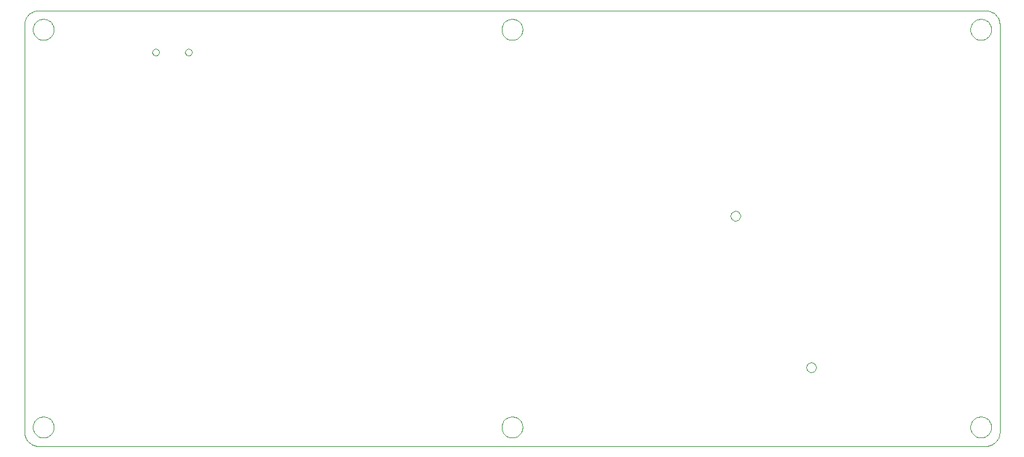
<source format=gko>
G75*
G70*
%OFA0B0*%
%FSLAX24Y24*%
%IPPOS*%
%LPD*%
%AMOC8*
5,1,8,0,0,1.08239X$1,22.5*
%
%ADD10C,0.0000*%
D10*
X000850Y000180D02*
X050850Y000180D01*
X050904Y000182D01*
X050957Y000188D01*
X051009Y000197D01*
X051061Y000210D01*
X051112Y000227D01*
X051162Y000248D01*
X051209Y000272D01*
X051255Y000299D01*
X051299Y000330D01*
X051341Y000363D01*
X051380Y000400D01*
X051417Y000439D01*
X051450Y000481D01*
X051481Y000525D01*
X051508Y000571D01*
X051532Y000618D01*
X051553Y000668D01*
X051570Y000719D01*
X051583Y000771D01*
X051592Y000823D01*
X051598Y000876D01*
X051600Y000930D01*
X051600Y022430D01*
X051598Y022484D01*
X051592Y022537D01*
X051583Y022589D01*
X051570Y022641D01*
X051553Y022692D01*
X051532Y022742D01*
X051508Y022789D01*
X051481Y022835D01*
X051450Y022879D01*
X051417Y022921D01*
X051380Y022960D01*
X051341Y022997D01*
X051299Y023030D01*
X051255Y023061D01*
X051209Y023088D01*
X051162Y023112D01*
X051112Y023133D01*
X051061Y023150D01*
X051009Y023163D01*
X050957Y023172D01*
X050904Y023178D01*
X050850Y023180D01*
X000850Y023180D01*
X000796Y023178D01*
X000743Y023172D01*
X000691Y023163D01*
X000639Y023150D01*
X000588Y023133D01*
X000538Y023112D01*
X000491Y023088D01*
X000445Y023061D01*
X000401Y023030D01*
X000359Y022997D01*
X000320Y022960D01*
X000283Y022921D01*
X000250Y022879D01*
X000219Y022835D01*
X000192Y022789D01*
X000168Y022742D01*
X000147Y022692D01*
X000130Y022641D01*
X000117Y022589D01*
X000108Y022537D01*
X000102Y022484D01*
X000100Y022430D01*
X000100Y000930D01*
X000102Y000876D01*
X000108Y000823D01*
X000117Y000771D01*
X000130Y000719D01*
X000147Y000668D01*
X000168Y000618D01*
X000192Y000571D01*
X000219Y000525D01*
X000250Y000481D01*
X000283Y000439D01*
X000320Y000400D01*
X000359Y000363D01*
X000401Y000330D01*
X000445Y000299D01*
X000491Y000272D01*
X000538Y000248D01*
X000588Y000227D01*
X000639Y000210D01*
X000691Y000197D01*
X000743Y000188D01*
X000796Y000182D01*
X000850Y000180D01*
X000549Y001180D02*
X000551Y001227D01*
X000557Y001273D01*
X000567Y001319D01*
X000580Y001364D01*
X000598Y001407D01*
X000619Y001449D01*
X000643Y001489D01*
X000671Y001526D01*
X000702Y001561D01*
X000736Y001594D01*
X000772Y001623D01*
X000811Y001649D01*
X000852Y001672D01*
X000895Y001691D01*
X000939Y001707D01*
X000984Y001719D01*
X001030Y001727D01*
X001077Y001731D01*
X001123Y001731D01*
X001170Y001727D01*
X001216Y001719D01*
X001261Y001707D01*
X001305Y001691D01*
X001348Y001672D01*
X001389Y001649D01*
X001428Y001623D01*
X001464Y001594D01*
X001498Y001561D01*
X001529Y001526D01*
X001557Y001489D01*
X001581Y001449D01*
X001602Y001407D01*
X001620Y001364D01*
X001633Y001319D01*
X001643Y001273D01*
X001649Y001227D01*
X001651Y001180D01*
X001649Y001133D01*
X001643Y001087D01*
X001633Y001041D01*
X001620Y000996D01*
X001602Y000953D01*
X001581Y000911D01*
X001557Y000871D01*
X001529Y000834D01*
X001498Y000799D01*
X001464Y000766D01*
X001428Y000737D01*
X001389Y000711D01*
X001348Y000688D01*
X001305Y000669D01*
X001261Y000653D01*
X001216Y000641D01*
X001170Y000633D01*
X001123Y000629D01*
X001077Y000629D01*
X001030Y000633D01*
X000984Y000641D01*
X000939Y000653D01*
X000895Y000669D01*
X000852Y000688D01*
X000811Y000711D01*
X000772Y000737D01*
X000736Y000766D01*
X000702Y000799D01*
X000671Y000834D01*
X000643Y000871D01*
X000619Y000911D01*
X000598Y000953D01*
X000580Y000996D01*
X000567Y001041D01*
X000557Y001087D01*
X000551Y001133D01*
X000549Y001180D01*
X025299Y001180D02*
X025301Y001227D01*
X025307Y001273D01*
X025317Y001319D01*
X025330Y001364D01*
X025348Y001407D01*
X025369Y001449D01*
X025393Y001489D01*
X025421Y001526D01*
X025452Y001561D01*
X025486Y001594D01*
X025522Y001623D01*
X025561Y001649D01*
X025602Y001672D01*
X025645Y001691D01*
X025689Y001707D01*
X025734Y001719D01*
X025780Y001727D01*
X025827Y001731D01*
X025873Y001731D01*
X025920Y001727D01*
X025966Y001719D01*
X026011Y001707D01*
X026055Y001691D01*
X026098Y001672D01*
X026139Y001649D01*
X026178Y001623D01*
X026214Y001594D01*
X026248Y001561D01*
X026279Y001526D01*
X026307Y001489D01*
X026331Y001449D01*
X026352Y001407D01*
X026370Y001364D01*
X026383Y001319D01*
X026393Y001273D01*
X026399Y001227D01*
X026401Y001180D01*
X026399Y001133D01*
X026393Y001087D01*
X026383Y001041D01*
X026370Y000996D01*
X026352Y000953D01*
X026331Y000911D01*
X026307Y000871D01*
X026279Y000834D01*
X026248Y000799D01*
X026214Y000766D01*
X026178Y000737D01*
X026139Y000711D01*
X026098Y000688D01*
X026055Y000669D01*
X026011Y000653D01*
X025966Y000641D01*
X025920Y000633D01*
X025873Y000629D01*
X025827Y000629D01*
X025780Y000633D01*
X025734Y000641D01*
X025689Y000653D01*
X025645Y000669D01*
X025602Y000688D01*
X025561Y000711D01*
X025522Y000737D01*
X025486Y000766D01*
X025452Y000799D01*
X025421Y000834D01*
X025393Y000871D01*
X025369Y000911D01*
X025348Y000953D01*
X025330Y000996D01*
X025317Y001041D01*
X025307Y001087D01*
X025301Y001133D01*
X025299Y001180D01*
X041388Y004337D02*
X041390Y004368D01*
X041396Y004399D01*
X041405Y004429D01*
X041418Y004458D01*
X041435Y004485D01*
X041455Y004509D01*
X041477Y004531D01*
X041503Y004550D01*
X041530Y004566D01*
X041559Y004578D01*
X041589Y004587D01*
X041620Y004592D01*
X041652Y004593D01*
X041683Y004590D01*
X041714Y004583D01*
X041744Y004573D01*
X041772Y004559D01*
X041798Y004541D01*
X041822Y004521D01*
X041843Y004497D01*
X041862Y004472D01*
X041877Y004444D01*
X041888Y004415D01*
X041896Y004384D01*
X041900Y004353D01*
X041900Y004321D01*
X041896Y004290D01*
X041888Y004259D01*
X041877Y004230D01*
X041862Y004202D01*
X041843Y004177D01*
X041822Y004153D01*
X041798Y004133D01*
X041772Y004115D01*
X041744Y004101D01*
X041714Y004091D01*
X041683Y004084D01*
X041652Y004081D01*
X041620Y004082D01*
X041589Y004087D01*
X041559Y004096D01*
X041530Y004108D01*
X041503Y004124D01*
X041477Y004143D01*
X041455Y004165D01*
X041435Y004189D01*
X041418Y004216D01*
X041405Y004245D01*
X041396Y004275D01*
X041390Y004306D01*
X041388Y004337D01*
X050049Y001180D02*
X050051Y001227D01*
X050057Y001273D01*
X050067Y001319D01*
X050080Y001364D01*
X050098Y001407D01*
X050119Y001449D01*
X050143Y001489D01*
X050171Y001526D01*
X050202Y001561D01*
X050236Y001594D01*
X050272Y001623D01*
X050311Y001649D01*
X050352Y001672D01*
X050395Y001691D01*
X050439Y001707D01*
X050484Y001719D01*
X050530Y001727D01*
X050577Y001731D01*
X050623Y001731D01*
X050670Y001727D01*
X050716Y001719D01*
X050761Y001707D01*
X050805Y001691D01*
X050848Y001672D01*
X050889Y001649D01*
X050928Y001623D01*
X050964Y001594D01*
X050998Y001561D01*
X051029Y001526D01*
X051057Y001489D01*
X051081Y001449D01*
X051102Y001407D01*
X051120Y001364D01*
X051133Y001319D01*
X051143Y001273D01*
X051149Y001227D01*
X051151Y001180D01*
X051149Y001133D01*
X051143Y001087D01*
X051133Y001041D01*
X051120Y000996D01*
X051102Y000953D01*
X051081Y000911D01*
X051057Y000871D01*
X051029Y000834D01*
X050998Y000799D01*
X050964Y000766D01*
X050928Y000737D01*
X050889Y000711D01*
X050848Y000688D01*
X050805Y000669D01*
X050761Y000653D01*
X050716Y000641D01*
X050670Y000633D01*
X050623Y000629D01*
X050577Y000629D01*
X050530Y000633D01*
X050484Y000641D01*
X050439Y000653D01*
X050395Y000669D01*
X050352Y000688D01*
X050311Y000711D01*
X050272Y000737D01*
X050236Y000766D01*
X050202Y000799D01*
X050171Y000834D01*
X050143Y000871D01*
X050119Y000911D01*
X050098Y000953D01*
X050080Y000996D01*
X050067Y001041D01*
X050057Y001087D01*
X050051Y001133D01*
X050049Y001180D01*
X037388Y012337D02*
X037390Y012368D01*
X037396Y012399D01*
X037405Y012429D01*
X037418Y012458D01*
X037435Y012485D01*
X037455Y012509D01*
X037477Y012531D01*
X037503Y012550D01*
X037530Y012566D01*
X037559Y012578D01*
X037589Y012587D01*
X037620Y012592D01*
X037652Y012593D01*
X037683Y012590D01*
X037714Y012583D01*
X037744Y012573D01*
X037772Y012559D01*
X037798Y012541D01*
X037822Y012521D01*
X037843Y012497D01*
X037862Y012472D01*
X037877Y012444D01*
X037888Y012415D01*
X037896Y012384D01*
X037900Y012353D01*
X037900Y012321D01*
X037896Y012290D01*
X037888Y012259D01*
X037877Y012230D01*
X037862Y012202D01*
X037843Y012177D01*
X037822Y012153D01*
X037798Y012133D01*
X037772Y012115D01*
X037744Y012101D01*
X037714Y012091D01*
X037683Y012084D01*
X037652Y012081D01*
X037620Y012082D01*
X037589Y012087D01*
X037559Y012096D01*
X037530Y012108D01*
X037503Y012124D01*
X037477Y012143D01*
X037455Y012165D01*
X037435Y012189D01*
X037418Y012216D01*
X037405Y012245D01*
X037396Y012275D01*
X037390Y012306D01*
X037388Y012337D01*
X025299Y022180D02*
X025301Y022227D01*
X025307Y022273D01*
X025317Y022319D01*
X025330Y022364D01*
X025348Y022407D01*
X025369Y022449D01*
X025393Y022489D01*
X025421Y022526D01*
X025452Y022561D01*
X025486Y022594D01*
X025522Y022623D01*
X025561Y022649D01*
X025602Y022672D01*
X025645Y022691D01*
X025689Y022707D01*
X025734Y022719D01*
X025780Y022727D01*
X025827Y022731D01*
X025873Y022731D01*
X025920Y022727D01*
X025966Y022719D01*
X026011Y022707D01*
X026055Y022691D01*
X026098Y022672D01*
X026139Y022649D01*
X026178Y022623D01*
X026214Y022594D01*
X026248Y022561D01*
X026279Y022526D01*
X026307Y022489D01*
X026331Y022449D01*
X026352Y022407D01*
X026370Y022364D01*
X026383Y022319D01*
X026393Y022273D01*
X026399Y022227D01*
X026401Y022180D01*
X026399Y022133D01*
X026393Y022087D01*
X026383Y022041D01*
X026370Y021996D01*
X026352Y021953D01*
X026331Y021911D01*
X026307Y021871D01*
X026279Y021834D01*
X026248Y021799D01*
X026214Y021766D01*
X026178Y021737D01*
X026139Y021711D01*
X026098Y021688D01*
X026055Y021669D01*
X026011Y021653D01*
X025966Y021641D01*
X025920Y021633D01*
X025873Y021629D01*
X025827Y021629D01*
X025780Y021633D01*
X025734Y021641D01*
X025689Y021653D01*
X025645Y021669D01*
X025602Y021688D01*
X025561Y021711D01*
X025522Y021737D01*
X025486Y021766D01*
X025452Y021799D01*
X025421Y021834D01*
X025393Y021871D01*
X025369Y021911D01*
X025348Y021953D01*
X025330Y021996D01*
X025317Y022041D01*
X025307Y022087D01*
X025301Y022133D01*
X025299Y022180D01*
X008589Y020980D02*
X008591Y021006D01*
X008597Y021032D01*
X008607Y021057D01*
X008620Y021080D01*
X008636Y021100D01*
X008656Y021118D01*
X008678Y021133D01*
X008701Y021145D01*
X008727Y021153D01*
X008753Y021157D01*
X008779Y021157D01*
X008805Y021153D01*
X008831Y021145D01*
X008855Y021133D01*
X008876Y021118D01*
X008896Y021100D01*
X008912Y021080D01*
X008925Y021057D01*
X008935Y021032D01*
X008941Y021006D01*
X008943Y020980D01*
X008941Y020954D01*
X008935Y020928D01*
X008925Y020903D01*
X008912Y020880D01*
X008896Y020860D01*
X008876Y020842D01*
X008854Y020827D01*
X008831Y020815D01*
X008805Y020807D01*
X008779Y020803D01*
X008753Y020803D01*
X008727Y020807D01*
X008701Y020815D01*
X008677Y020827D01*
X008656Y020842D01*
X008636Y020860D01*
X008620Y020880D01*
X008607Y020903D01*
X008597Y020928D01*
X008591Y020954D01*
X008589Y020980D01*
X006857Y020980D02*
X006859Y021006D01*
X006865Y021032D01*
X006875Y021057D01*
X006888Y021080D01*
X006904Y021100D01*
X006924Y021118D01*
X006946Y021133D01*
X006969Y021145D01*
X006995Y021153D01*
X007021Y021157D01*
X007047Y021157D01*
X007073Y021153D01*
X007099Y021145D01*
X007123Y021133D01*
X007144Y021118D01*
X007164Y021100D01*
X007180Y021080D01*
X007193Y021057D01*
X007203Y021032D01*
X007209Y021006D01*
X007211Y020980D01*
X007209Y020954D01*
X007203Y020928D01*
X007193Y020903D01*
X007180Y020880D01*
X007164Y020860D01*
X007144Y020842D01*
X007122Y020827D01*
X007099Y020815D01*
X007073Y020807D01*
X007047Y020803D01*
X007021Y020803D01*
X006995Y020807D01*
X006969Y020815D01*
X006945Y020827D01*
X006924Y020842D01*
X006904Y020860D01*
X006888Y020880D01*
X006875Y020903D01*
X006865Y020928D01*
X006859Y020954D01*
X006857Y020980D01*
X000549Y022180D02*
X000551Y022227D01*
X000557Y022273D01*
X000567Y022319D01*
X000580Y022364D01*
X000598Y022407D01*
X000619Y022449D01*
X000643Y022489D01*
X000671Y022526D01*
X000702Y022561D01*
X000736Y022594D01*
X000772Y022623D01*
X000811Y022649D01*
X000852Y022672D01*
X000895Y022691D01*
X000939Y022707D01*
X000984Y022719D01*
X001030Y022727D01*
X001077Y022731D01*
X001123Y022731D01*
X001170Y022727D01*
X001216Y022719D01*
X001261Y022707D01*
X001305Y022691D01*
X001348Y022672D01*
X001389Y022649D01*
X001428Y022623D01*
X001464Y022594D01*
X001498Y022561D01*
X001529Y022526D01*
X001557Y022489D01*
X001581Y022449D01*
X001602Y022407D01*
X001620Y022364D01*
X001633Y022319D01*
X001643Y022273D01*
X001649Y022227D01*
X001651Y022180D01*
X001649Y022133D01*
X001643Y022087D01*
X001633Y022041D01*
X001620Y021996D01*
X001602Y021953D01*
X001581Y021911D01*
X001557Y021871D01*
X001529Y021834D01*
X001498Y021799D01*
X001464Y021766D01*
X001428Y021737D01*
X001389Y021711D01*
X001348Y021688D01*
X001305Y021669D01*
X001261Y021653D01*
X001216Y021641D01*
X001170Y021633D01*
X001123Y021629D01*
X001077Y021629D01*
X001030Y021633D01*
X000984Y021641D01*
X000939Y021653D01*
X000895Y021669D01*
X000852Y021688D01*
X000811Y021711D01*
X000772Y021737D01*
X000736Y021766D01*
X000702Y021799D01*
X000671Y021834D01*
X000643Y021871D01*
X000619Y021911D01*
X000598Y021953D01*
X000580Y021996D01*
X000567Y022041D01*
X000557Y022087D01*
X000551Y022133D01*
X000549Y022180D01*
X050049Y022180D02*
X050051Y022227D01*
X050057Y022273D01*
X050067Y022319D01*
X050080Y022364D01*
X050098Y022407D01*
X050119Y022449D01*
X050143Y022489D01*
X050171Y022526D01*
X050202Y022561D01*
X050236Y022594D01*
X050272Y022623D01*
X050311Y022649D01*
X050352Y022672D01*
X050395Y022691D01*
X050439Y022707D01*
X050484Y022719D01*
X050530Y022727D01*
X050577Y022731D01*
X050623Y022731D01*
X050670Y022727D01*
X050716Y022719D01*
X050761Y022707D01*
X050805Y022691D01*
X050848Y022672D01*
X050889Y022649D01*
X050928Y022623D01*
X050964Y022594D01*
X050998Y022561D01*
X051029Y022526D01*
X051057Y022489D01*
X051081Y022449D01*
X051102Y022407D01*
X051120Y022364D01*
X051133Y022319D01*
X051143Y022273D01*
X051149Y022227D01*
X051151Y022180D01*
X051149Y022133D01*
X051143Y022087D01*
X051133Y022041D01*
X051120Y021996D01*
X051102Y021953D01*
X051081Y021911D01*
X051057Y021871D01*
X051029Y021834D01*
X050998Y021799D01*
X050964Y021766D01*
X050928Y021737D01*
X050889Y021711D01*
X050848Y021688D01*
X050805Y021669D01*
X050761Y021653D01*
X050716Y021641D01*
X050670Y021633D01*
X050623Y021629D01*
X050577Y021629D01*
X050530Y021633D01*
X050484Y021641D01*
X050439Y021653D01*
X050395Y021669D01*
X050352Y021688D01*
X050311Y021711D01*
X050272Y021737D01*
X050236Y021766D01*
X050202Y021799D01*
X050171Y021834D01*
X050143Y021871D01*
X050119Y021911D01*
X050098Y021953D01*
X050080Y021996D01*
X050067Y022041D01*
X050057Y022087D01*
X050051Y022133D01*
X050049Y022180D01*
M02*

</source>
